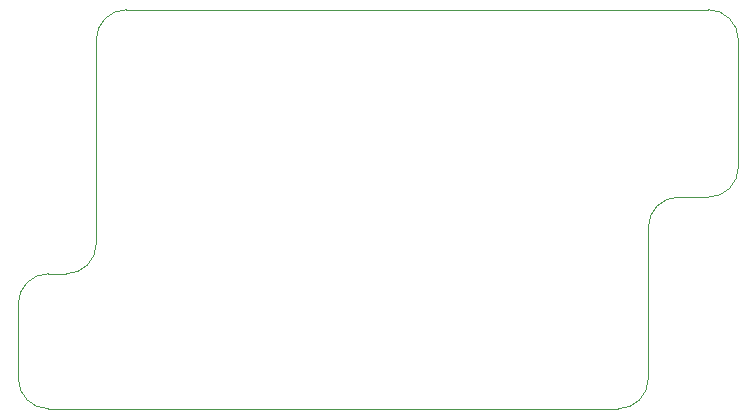
<source format=gbr>
G04 #@! TF.GenerationSoftware,KiCad,Pcbnew,(5.1.9)-1*
G04 #@! TF.CreationDate,2021-09-22T10:06:10+01:00*
G04 #@! TF.ProjectId,Amiga DF0 DF1 Switcher - Design A - Rev 2,416d6967-6120-4444-9630-204446312053,2*
G04 #@! TF.SameCoordinates,Original*
G04 #@! TF.FileFunction,Profile,NP*
%FSLAX46Y46*%
G04 Gerber Fmt 4.6, Leading zero omitted, Abs format (unit mm)*
G04 Created by KiCad (PCBNEW (5.1.9)-1) date 2021-09-22 10:06:10*
%MOMM*%
%LPD*%
G01*
G04 APERTURE LIST*
G04 #@! TA.AperFunction,Profile*
%ADD10C,0.050000*%
G04 #@! TD*
G04 APERTURE END LIST*
D10*
X186690000Y-135255000D02*
X184150000Y-135255000D01*
X181610000Y-137795000D02*
G75*
G02*
X184150000Y-135255000I2540000J0D01*
G01*
X189230000Y-121920000D02*
X189230000Y-132715000D01*
X189230000Y-132715000D02*
G75*
G02*
X186690000Y-135255000I-2540000J0D01*
G01*
X130810000Y-141732000D02*
X132334000Y-141732000D01*
X134874000Y-139192000D02*
G75*
G02*
X132334000Y-141732000I-2540000J0D01*
G01*
X128270000Y-144272000D02*
X128270000Y-150622000D01*
X128270000Y-144272000D02*
G75*
G02*
X130810000Y-141732000I2540000J0D01*
G01*
X134874000Y-121920000D02*
G75*
G02*
X137414000Y-119380000I2540000J0D01*
G01*
X130810000Y-153162000D02*
G75*
G02*
X128270000Y-150622000I0J2540000D01*
G01*
X181610000Y-150622000D02*
G75*
G02*
X179070000Y-153162000I-2540000J0D01*
G01*
X186690000Y-119380000D02*
G75*
G02*
X189230000Y-121920000I0J-2540000D01*
G01*
X137414000Y-119380000D02*
X186690000Y-119380000D01*
X134874000Y-139192000D02*
X134874000Y-121920000D01*
X179070000Y-153162000D02*
X130810000Y-153162000D01*
X181610000Y-137795000D02*
X181610000Y-150622000D01*
M02*

</source>
